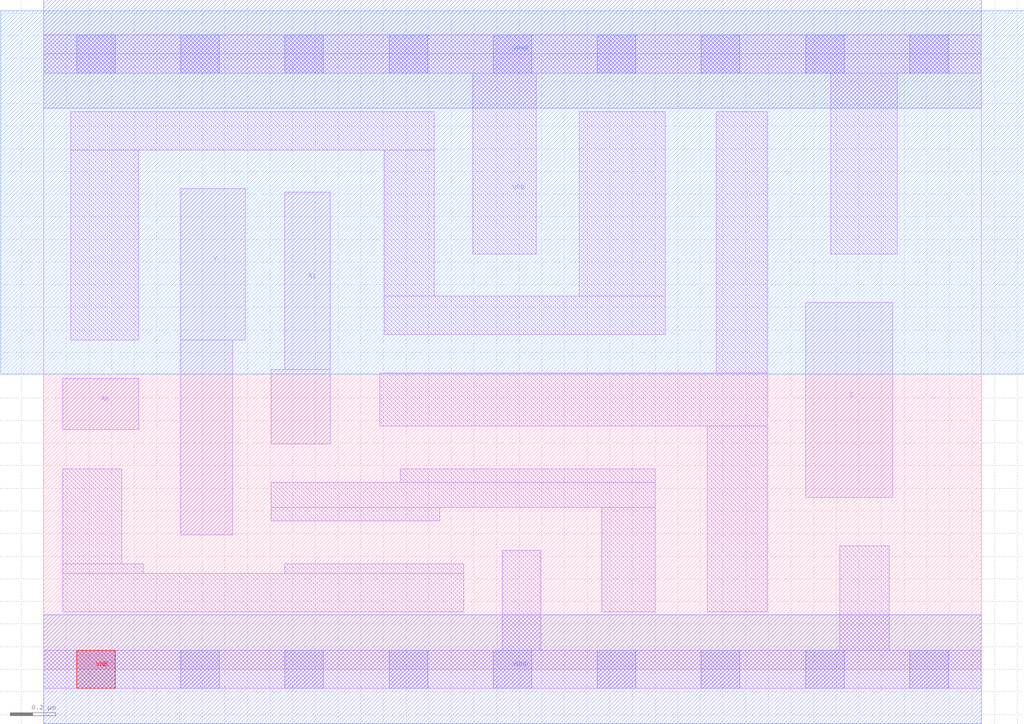
<source format=lef>
# Copyright 2020 The SkyWater PDK Authors
#
# Licensed under the Apache License, Version 2.0 (the "License");
# you may not use this file except in compliance with the License.
# You may obtain a copy of the License at
#
#     https://www.apache.org/licenses/LICENSE-2.0
#
# Unless required by applicable law or agreed to in writing, software
# distributed under the License is distributed on an "AS IS" BASIS,
# WITHOUT WARRANTIES OR CONDITIONS OF ANY KIND, either express or implied.
# See the License for the specific language governing permissions and
# limitations under the License.
#
# SPDX-License-Identifier: Apache-2.0

VERSION 5.7 ;
  NOWIREEXTENSIONATPIN ON ;
  DIVIDERCHAR "/" ;
  BUSBITCHARS "[]" ;
PROPERTYDEFINITIONS
  MACRO maskLayoutSubType STRING ;
  MACRO prCellType STRING ;
  MACRO originalViewName STRING ;
END PROPERTYDEFINITIONS
MACRO sky130_fd_sc_hdll__mux2i_1
  CLASS CORE ;
  FOREIGN sky130_fd_sc_hdll__mux2i_1 ;
  ORIGIN  0.000000  0.000000 ;
  SIZE  4.140000 BY  2.720000 ;
  SYMMETRY X Y R90 ;
  SITE unithd ;
  PIN A0
    ANTENNAGATEAREA  0.277500 ;
    DIRECTION INPUT ;
    USE SIGNAL ;
    PORT
      LAYER li1 ;
        RECT 0.085000 1.060000 0.420000 1.285000 ;
    END
  END A0
  PIN A1
    ANTENNAGATEAREA  0.277500 ;
    DIRECTION INPUT ;
    USE SIGNAL ;
    PORT
      LAYER li1 ;
        RECT 1.005000 0.995000 1.265000 1.325000 ;
        RECT 1.065000 1.325000 1.265000 2.110000 ;
    END
  END A1
  PIN S
    ANTENNAGATEAREA  0.555000 ;
    DIRECTION INPUT ;
    USE SIGNAL ;
    PORT
      LAYER li1 ;
        RECT 3.365000 0.760000 3.750000 1.620000 ;
    END
  END S
  PIN Y
    ANTENNADIFFAREA  0.465500 ;
    DIRECTION OUTPUT ;
    USE SIGNAL ;
    PORT
      LAYER li1 ;
        RECT 0.605000 0.595000 0.835000 1.455000 ;
        RECT 0.605000 1.455000 0.890000 2.125000 ;
    END
  END Y
  PIN VGND
    DIRECTION INOUT ;
    USE GROUND ;
    PORT
      LAYER met1 ;
        RECT 0.000000 -0.240000 4.140000 0.240000 ;
    END
  END VGND
  PIN VNB
    DIRECTION INOUT ;
    USE GROUND ;
    PORT
      LAYER pwell ;
        RECT 0.145000 -0.085000 0.315000 0.085000 ;
    END
  END VNB
  PIN VPB
    DIRECTION INOUT ;
    USE POWER ;
    PORT
      LAYER nwell ;
        RECT -0.190000 1.305000 4.330000 2.910000 ;
    END
  END VPB
  PIN VPWR
    DIRECTION INOUT ;
    USE POWER ;
    PORT
      LAYER met1 ;
        RECT 0.000000 2.480000 4.140000 2.960000 ;
    END
  END VPWR
  OBS
    LAYER li1 ;
      RECT 0.000000 -0.085000 4.140000 0.085000 ;
      RECT 0.000000  2.635000 4.140000 2.805000 ;
      RECT 0.085000  0.255000 1.855000 0.425000 ;
      RECT 0.085000  0.425000 0.440000 0.465000 ;
      RECT 0.085000  0.465000 0.345000 0.885000 ;
      RECT 0.120000  1.455000 0.420000 2.295000 ;
      RECT 0.120000  2.295000 1.725000 2.465000 ;
      RECT 1.005000  0.655000 1.750000 0.715000 ;
      RECT 1.005000  0.715000 2.700000 0.825000 ;
      RECT 1.065000  0.425000 1.855000 0.465000 ;
      RECT 1.485000  1.075000 3.195000 1.310000 ;
      RECT 1.505000  1.480000 2.745000 1.650000 ;
      RECT 1.505000  1.650000 1.725000 2.295000 ;
      RECT 1.575000  0.825000 2.700000 0.885000 ;
      RECT 1.895000  1.835000 2.175000 2.635000 ;
      RECT 2.025000  0.085000 2.195000 0.525000 ;
      RECT 2.365000  1.650000 2.745000 2.465000 ;
      RECT 2.465000  0.255000 2.700000 0.715000 ;
      RECT 2.930000  0.255000 3.195000 1.075000 ;
      RECT 2.970000  1.310000 3.195000 2.465000 ;
      RECT 3.475000  1.835000 3.770000 2.635000 ;
      RECT 3.515000  0.085000 3.735000 0.545000 ;
    LAYER mcon ;
      RECT 0.145000 -0.085000 0.315000 0.085000 ;
      RECT 0.145000  2.635000 0.315000 2.805000 ;
      RECT 0.605000 -0.085000 0.775000 0.085000 ;
      RECT 0.605000  2.635000 0.775000 2.805000 ;
      RECT 1.065000 -0.085000 1.235000 0.085000 ;
      RECT 1.065000  2.635000 1.235000 2.805000 ;
      RECT 1.525000 -0.085000 1.695000 0.085000 ;
      RECT 1.525000  2.635000 1.695000 2.805000 ;
      RECT 1.985000 -0.085000 2.155000 0.085000 ;
      RECT 1.985000  2.635000 2.155000 2.805000 ;
      RECT 2.445000 -0.085000 2.615000 0.085000 ;
      RECT 2.445000  2.635000 2.615000 2.805000 ;
      RECT 2.905000 -0.085000 3.075000 0.085000 ;
      RECT 2.905000  2.635000 3.075000 2.805000 ;
      RECT 3.365000 -0.085000 3.535000 0.085000 ;
      RECT 3.365000  2.635000 3.535000 2.805000 ;
      RECT 3.825000 -0.085000 3.995000 0.085000 ;
      RECT 3.825000  2.635000 3.995000 2.805000 ;
  END
  PROPERTY maskLayoutSubType "abstract" ;
  PROPERTY prCellType "standard" ;
  PROPERTY originalViewName "layout" ;
END sky130_fd_sc_hdll__mux2i_1
END LIBRARY

</source>
